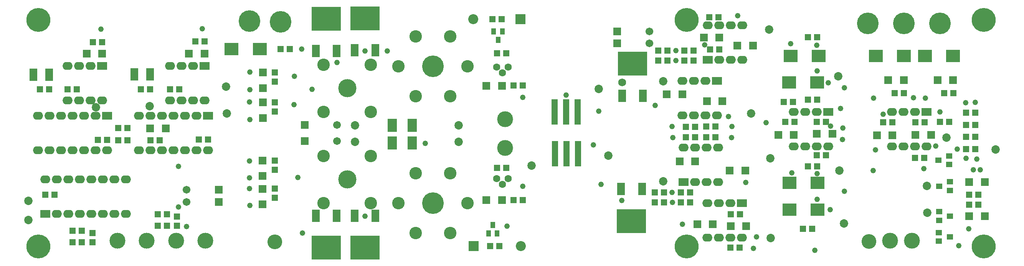
<source format=gbs>
G04 Layer_Color=16711935*
%FSLAX25Y25*%
%MOIN*%
G70*
G01*
G75*
%ADD47C,0.10800*%
%ADD54C,0.13800*%
%ADD56C,0.06800*%
%ADD77R,0.05800X0.21863*%
%ADD78R,0.06706X0.10642*%
%ADD79R,0.25800X0.20800*%
%ADD81R,0.06800X0.06800*%
%ADD82R,0.05800X0.05800*%
%ADD85R,0.05300X0.04600*%
%ADD86C,0.12800*%
%ADD87C,0.15800*%
%ADD88C,0.18800*%
%ADD89C,0.08674*%
%ADD90R,0.08674X0.08674*%
%ADD91C,0.06312*%
%ADD92C,0.06706*%
%ADD93R,0.06706X0.06706*%
%ADD94C,0.07300*%
%ADD95O,0.08800X0.06800*%
%ADD96R,0.08800X0.06800*%
%ADD97C,0.20800*%
%ADD98C,0.04800*%
%ADD99C,0.04804*%
%ADD100R,0.08000X0.11800*%
%ADD101R,0.03900X0.05800*%
%ADD102R,0.06800X0.10800*%
%ADD103R,0.06800X0.06800*%
%ADD104R,0.05800X0.05800*%
%ADD105R,0.12217X0.10642*%
D47*
X270248Y173650D02*
D03*
X311248D02*
D03*
Y132650D02*
D03*
X270248D02*
D03*
X380256Y198225D02*
D03*
X395256Y172244D02*
D03*
X380256Y146263D02*
D03*
X350256D02*
D03*
X335256Y172244D02*
D03*
X350256Y198225D02*
D03*
X380256Y79327D02*
D03*
X395256Y53347D02*
D03*
X380256Y27365D02*
D03*
X350256D02*
D03*
X335256Y53347D02*
D03*
X350256Y79327D02*
D03*
X311248Y94417D02*
D03*
X270248D02*
D03*
Y53417D02*
D03*
X311248D02*
D03*
D54*
X167583Y20570D02*
D03*
X781201D02*
D03*
X427913Y101165D02*
D03*
Y126295D02*
D03*
X91062Y20570D02*
D03*
X116569Y20570D02*
D03*
X142076D02*
D03*
X762059Y20570D02*
D03*
D56*
X529429Y158366D02*
D03*
D77*
X470807Y132604D02*
D03*
X480807D02*
D03*
X490807D02*
D03*
X471004Y96234D02*
D03*
X481004D02*
D03*
X491004D02*
D03*
D78*
X263337Y42296D02*
D03*
X281447D02*
D03*
X546661Y65545D02*
D03*
X281447Y185757D02*
D03*
X263337D02*
D03*
X297146Y42296D02*
D03*
X315256D02*
D03*
X315256Y186249D02*
D03*
X297146D02*
D03*
X547448Y146771D02*
D03*
X529338D02*
D03*
X528551Y65545D02*
D03*
D79*
X272392Y14546D02*
D03*
X537606Y37795D02*
D03*
X272392Y213507D02*
D03*
X306201Y14546D02*
D03*
X306201Y213999D02*
D03*
X538393Y174521D02*
D03*
D81*
X623760Y33342D02*
D03*
X637260D02*
D03*
X166800Y183169D02*
D03*
X830840Y71538D02*
D03*
X844340D02*
D03*
X613957Y197335D02*
D03*
X600457D02*
D03*
X64370Y183465D02*
D03*
X581791Y147835D02*
D03*
X568291D02*
D03*
X608284Y34941D02*
D03*
X594783D02*
D03*
X629610Y190157D02*
D03*
X643110D02*
D03*
X622961Y81595D02*
D03*
X636460D02*
D03*
X603035Y141929D02*
D03*
X616536D02*
D03*
X579323Y89665D02*
D03*
X592823D02*
D03*
X678637Y112697D02*
D03*
X665137D02*
D03*
X712122Y113681D02*
D03*
X698622D02*
D03*
X764267Y112286D02*
D03*
X750767D02*
D03*
X797767Y112581D02*
D03*
X784267D02*
D03*
X119587Y118405D02*
D03*
X425016Y56102D02*
D03*
X411516D02*
D03*
Y155413D02*
D03*
X425016D02*
D03*
X133087Y118405D02*
D03*
X153300Y183169D02*
D03*
X77870Y183465D02*
D03*
X844340Y41813D02*
D03*
X830840D02*
D03*
X816929Y160416D02*
D03*
X803429D02*
D03*
X774083D02*
D03*
X760583D02*
D03*
D82*
X125985Y33661D02*
D03*
X133985D02*
D03*
X127686Y108073D02*
D03*
X119686D02*
D03*
X144800Y152165D02*
D03*
X136800D02*
D03*
X838840Y51951D02*
D03*
X830840D02*
D03*
X828051Y100376D02*
D03*
X836051D02*
D03*
X828051Y110908D02*
D03*
X836051D02*
D03*
X828051Y121439D02*
D03*
X836051D02*
D03*
X828051Y131971D02*
D03*
X836051D02*
D03*
X584823Y119783D02*
D03*
X592823D02*
D03*
X31819Y152165D02*
D03*
X169713Y108563D02*
D03*
X77953Y193307D02*
D03*
X166800Y194095D02*
D03*
X792267Y123506D02*
D03*
X784267D02*
D03*
X764201D02*
D03*
X756201D02*
D03*
X679063Y123917D02*
D03*
X671063D02*
D03*
X706425Y94980D02*
D03*
X698425D02*
D03*
X766083Y149132D02*
D03*
X774083D02*
D03*
X817028D02*
D03*
X809028D02*
D03*
X613949Y187098D02*
D03*
X605949D02*
D03*
X613295Y215059D02*
D03*
X605295D02*
D03*
X583464Y185925D02*
D03*
X591465D02*
D03*
Y177264D02*
D03*
X583464D02*
D03*
X568964Y185925D02*
D03*
X560964D02*
D03*
Y177362D02*
D03*
X568964D02*
D03*
X602323Y119882D02*
D03*
X610323D02*
D03*
X602323Y110728D02*
D03*
X610323D02*
D03*
X592823Y110728D02*
D03*
X584823D02*
D03*
X557815Y62598D02*
D03*
X565815D02*
D03*
X557815Y53937D02*
D03*
X565815D02*
D03*
X588315D02*
D03*
X580315D02*
D03*
X580315Y62598D02*
D03*
X588315D02*
D03*
X623398Y14567D02*
D03*
X631398D02*
D03*
X623760Y43677D02*
D03*
X631760D02*
D03*
X690650Y197539D02*
D03*
X698650D02*
D03*
X690801Y143307D02*
D03*
X698801D02*
D03*
X690650Y85335D02*
D03*
X698650D02*
D03*
X686569Y30906D02*
D03*
X694569D02*
D03*
X677882Y141240D02*
D03*
X669882D02*
D03*
X698425Y123917D02*
D03*
X706425D02*
D03*
X813484Y124114D02*
D03*
X805484D02*
D03*
X783874Y92502D02*
D03*
X791874D02*
D03*
X99930Y108073D02*
D03*
X91930D02*
D03*
Y118701D02*
D03*
X60256Y29232D02*
D03*
X52256D02*
D03*
X60256Y19390D02*
D03*
X52256D02*
D03*
X422736Y15945D02*
D03*
X414736D02*
D03*
X443209Y56102D02*
D03*
X435209D02*
D03*
X428839Y84055D02*
D03*
X420839D02*
D03*
X133985Y43504D02*
D03*
X125985D02*
D03*
X435209Y155610D02*
D03*
X443209D02*
D03*
X420839Y183563D02*
D03*
X428839D02*
D03*
X424902Y213287D02*
D03*
X416902D02*
D03*
X119405Y152165D02*
D03*
X47953Y152461D02*
D03*
X55953D02*
D03*
X232775Y187303D02*
D03*
X28531Y60728D02*
D03*
X838840Y60613D02*
D03*
X830840D02*
D03*
X82213Y108366D02*
D03*
X36531Y60728D02*
D03*
X240775Y187303D02*
D03*
X111406Y152165D02*
D03*
X99930Y118701D02*
D03*
X158800Y194095D02*
D03*
X74213Y108366D02*
D03*
X69953Y193307D02*
D03*
X23819Y152165D02*
D03*
X161713Y108563D02*
D03*
D85*
X814026Y23859D02*
D03*
X804626Y27559D02*
D03*
Y20159D02*
D03*
X804084Y90511D02*
D03*
X813484Y86811D02*
D03*
Y94211D02*
D03*
X804675Y68133D02*
D03*
X814075Y64433D02*
D03*
Y71833D02*
D03*
Y42109D02*
D03*
X804675Y45809D02*
D03*
Y38409D02*
D03*
D86*
X227756Y19685D02*
D03*
X743799Y20070D02*
D03*
D87*
X290748Y153150D02*
D03*
Y73917D02*
D03*
D88*
X365256Y172244D02*
D03*
X205807Y211516D02*
D03*
X774083Y209628D02*
D03*
X805448D02*
D03*
X232776Y211024D02*
D03*
X742717Y209628D02*
D03*
X365256Y53347D02*
D03*
D89*
X400000Y213287D02*
D03*
X441634Y15945D02*
D03*
D90*
X441181Y213287D02*
D03*
X400453Y15945D02*
D03*
D91*
X430354Y171496D02*
D03*
X425354Y166496D02*
D03*
X420354Y171496D02*
D03*
Y74646D02*
D03*
X425354Y69646D02*
D03*
X430354Y74646D02*
D03*
D92*
X553113Y192328D02*
D03*
X281695Y121280D02*
D03*
X553113Y202564D02*
D03*
X151083Y54331D02*
D03*
X151181Y64961D02*
D03*
X281695Y107190D02*
D03*
D93*
X525161Y192328D02*
D03*
X253743Y121280D02*
D03*
X179035Y54331D02*
D03*
X179134Y64961D02*
D03*
X525161Y202564D02*
D03*
X253743Y107190D02*
D03*
D94*
X297342Y106693D02*
D03*
X387343D02*
D03*
X565158Y159153D02*
D03*
X718012Y81595D02*
D03*
X794587Y44865D02*
D03*
X794291Y68290D02*
D03*
X853839Y100026D02*
D03*
X811024Y110219D02*
D03*
X119193Y137697D02*
D03*
X565256Y72244D02*
D03*
X658394Y23031D02*
D03*
X658169Y92323D02*
D03*
X450689Y85827D02*
D03*
X509154Y152728D02*
D03*
X657185Y204429D02*
D03*
X641535Y131201D02*
D03*
X13976Y55264D02*
D03*
X185396Y154528D02*
D03*
X186024Y131398D02*
D03*
X72539Y136516D02*
D03*
X517618Y94685D02*
D03*
X717224Y163779D02*
D03*
X13976Y38480D02*
D03*
X297342Y120980D02*
D03*
X387343D02*
D03*
X722047Y35630D02*
D03*
D95*
X28405Y73996D02*
D03*
X38405D02*
D03*
X48406D02*
D03*
X58406D02*
D03*
X68405D02*
D03*
X78405D02*
D03*
X98405D02*
D03*
Y43996D02*
D03*
X88406D02*
D03*
X78405D02*
D03*
X68405D02*
D03*
X58406D02*
D03*
X48406D02*
D03*
X38405D02*
D03*
X88406Y73996D02*
D03*
X169686Y99235D02*
D03*
X149686D02*
D03*
X139686D02*
D03*
X129686D02*
D03*
X119686D02*
D03*
X109686D02*
D03*
X119686Y129235D02*
D03*
X129686D02*
D03*
X139686D02*
D03*
X159686D02*
D03*
X109686D02*
D03*
X149686D02*
D03*
X159686Y99235D02*
D03*
X77953Y142736D02*
D03*
X67953D02*
D03*
X57953D02*
D03*
X47953D02*
D03*
Y172736D02*
D03*
X57953D02*
D03*
X67953D02*
D03*
X708637Y102695D02*
D03*
X698637D02*
D03*
X688637D02*
D03*
X678637D02*
D03*
Y132695D02*
D03*
X698637D02*
D03*
X623457Y53425D02*
D03*
X613457D02*
D03*
X603457D02*
D03*
Y23425D02*
D03*
X613457D02*
D03*
X623457D02*
D03*
X633457D02*
D03*
X611831Y129626D02*
D03*
X601831D02*
D03*
X591831D02*
D03*
X581831D02*
D03*
Y159626D02*
D03*
X591831D02*
D03*
X601831D02*
D03*
X592823Y71488D02*
D03*
X602823D02*
D03*
X612823D02*
D03*
Y101488D02*
D03*
X602823D02*
D03*
X592823D02*
D03*
X582823D02*
D03*
X603957Y207854D02*
D03*
X613957D02*
D03*
X623957D02*
D03*
X633957D02*
D03*
Y177854D02*
D03*
X623957D02*
D03*
X613957D02*
D03*
X156800Y172736D02*
D03*
X146800D02*
D03*
X136800D02*
D03*
Y142736D02*
D03*
X146800D02*
D03*
X156800D02*
D03*
X166800D02*
D03*
X688637Y132695D02*
D03*
X783677D02*
D03*
X793677Y102695D02*
D03*
X783677D02*
D03*
X773677D02*
D03*
X763677D02*
D03*
Y132695D02*
D03*
X773677D02*
D03*
X42285Y129235D02*
D03*
X52285D02*
D03*
X22285D02*
D03*
X82285Y99235D02*
D03*
X72285D02*
D03*
X62285D02*
D03*
X52285D02*
D03*
X42285D02*
D03*
X32285D02*
D03*
X22285D02*
D03*
X32285Y129235D02*
D03*
X62285D02*
D03*
X72285D02*
D03*
D96*
X28405Y43996D02*
D03*
X169686Y129235D02*
D03*
X77953Y172736D02*
D03*
X708637Y132695D02*
D03*
X633457Y53425D02*
D03*
X611831Y159626D02*
D03*
X582823Y71488D02*
D03*
X603957Y177854D02*
D03*
X166800Y172736D02*
D03*
X793677Y132695D02*
D03*
X82285Y129235D02*
D03*
D97*
X22638Y15748D02*
D03*
X585472Y212598D02*
D03*
Y15748D02*
D03*
X22638Y212598D02*
D03*
X843504Y15748D02*
D03*
Y212598D02*
D03*
D98*
X443307Y67815D02*
D03*
X509154Y133465D02*
D03*
X480807Y147146D02*
D03*
X511024Y69587D02*
D03*
X837598Y91522D02*
D03*
X828058Y92329D02*
D03*
X792717Y144783D02*
D03*
X747714Y144707D02*
D03*
X708630Y157807D02*
D03*
X722424Y153723D02*
D03*
X747443Y81597D02*
D03*
X722557Y63565D02*
D03*
X756004Y130610D02*
D03*
X696654Y12402D02*
D03*
X830610Y31102D02*
D03*
X834391Y82288D02*
D03*
X840453Y82185D02*
D03*
X820472Y100376D02*
D03*
X836220Y140945D02*
D03*
X827854Y140650D02*
D03*
X698721Y56595D02*
D03*
X654429Y123327D02*
D03*
X698917Y168405D02*
D03*
X710335Y120177D02*
D03*
X698721Y78937D02*
D03*
X646161Y23819D02*
D03*
X643504Y14075D02*
D03*
X581791Y34843D02*
D03*
X529035Y55512D02*
D03*
X576279Y185827D02*
D03*
X572933Y119980D02*
D03*
X573327Y110433D02*
D03*
X624508Y110335D02*
D03*
X558268Y138386D02*
D03*
X698425Y190551D02*
D03*
X76870Y204724D02*
D03*
X144193Y85138D02*
D03*
X151083Y32972D02*
D03*
X250984Y187402D02*
D03*
X244685Y163779D02*
D03*
X244587Y138878D02*
D03*
X247835Y75787D02*
D03*
X281791Y175492D02*
D03*
X306004Y185728D02*
D03*
X325492D02*
D03*
X251673Y27461D02*
D03*
X306004Y41929D02*
D03*
X164665Y204823D02*
D03*
X206004Y167224D02*
D03*
Y151929D02*
D03*
X205906Y141339D02*
D03*
X206004Y125984D02*
D03*
X205906Y90059D02*
D03*
Y75453D02*
D03*
X205890Y66043D02*
D03*
X206004Y51279D02*
D03*
X144193Y49902D02*
D03*
X358366Y105217D02*
D03*
X429331Y33169D02*
D03*
X443012Y145177D02*
D03*
X260236Y152362D02*
D03*
X576083Y177264D02*
D03*
X720965Y108563D02*
D03*
X721260Y118701D02*
D03*
X821949Y16437D02*
D03*
X601279Y190847D02*
D03*
X629921Y216142D02*
D03*
X572835Y62500D02*
D03*
X573032Y54035D02*
D03*
X801968Y103051D02*
D03*
X791634Y83465D02*
D03*
X749606Y99803D02*
D03*
X782480Y144882D02*
D03*
X805484Y132508D02*
D03*
X675801Y192028D02*
D03*
X624803Y119882D02*
D03*
X719095Y135531D02*
D03*
X710138Y47638D02*
D03*
X504528Y104035D02*
D03*
X621949Y128642D02*
D03*
X676673Y79528D02*
D03*
D99*
X636713Y71161D02*
D03*
D100*
X329685Y120980D02*
D03*
X347008D02*
D03*
Y105512D02*
D03*
X329685D02*
D03*
D101*
X417110Y34449D02*
D03*
X413370Y26969D02*
D03*
X420851D02*
D03*
X421654Y195177D02*
D03*
X425394Y202658D02*
D03*
X417913D02*
D03*
D102*
X31791Y165059D02*
D03*
X18291D02*
D03*
X105905Y165157D02*
D03*
X119405D02*
D03*
D103*
X217488Y140846D02*
D03*
Y127346D02*
D03*
X217488Y166929D02*
D03*
X217028Y65650D02*
D03*
X217291Y90453D02*
D03*
X217488Y153429D02*
D03*
X217291Y76953D02*
D03*
X217028Y52150D02*
D03*
D104*
X69508Y27390D02*
D03*
Y19390D02*
D03*
X142962Y41661D02*
D03*
Y33661D02*
D03*
X227854Y140846D02*
D03*
X227658Y90453D02*
D03*
X227756Y66043D02*
D03*
X227854Y166858D02*
D03*
Y158858D02*
D03*
X227658Y82453D02*
D03*
X227756Y58043D02*
D03*
X227854Y132846D02*
D03*
D105*
X674902Y70965D02*
D03*
X699311D02*
D03*
X674884Y47661D02*
D03*
X699293D02*
D03*
X675801Y181299D02*
D03*
X700211D02*
D03*
X674392Y158291D02*
D03*
X698801D02*
D03*
X190256Y187303D02*
D03*
X214665D02*
D03*
X792539Y181203D02*
D03*
X816949D02*
D03*
X749673D02*
D03*
X774083D02*
D03*
M02*

</source>
